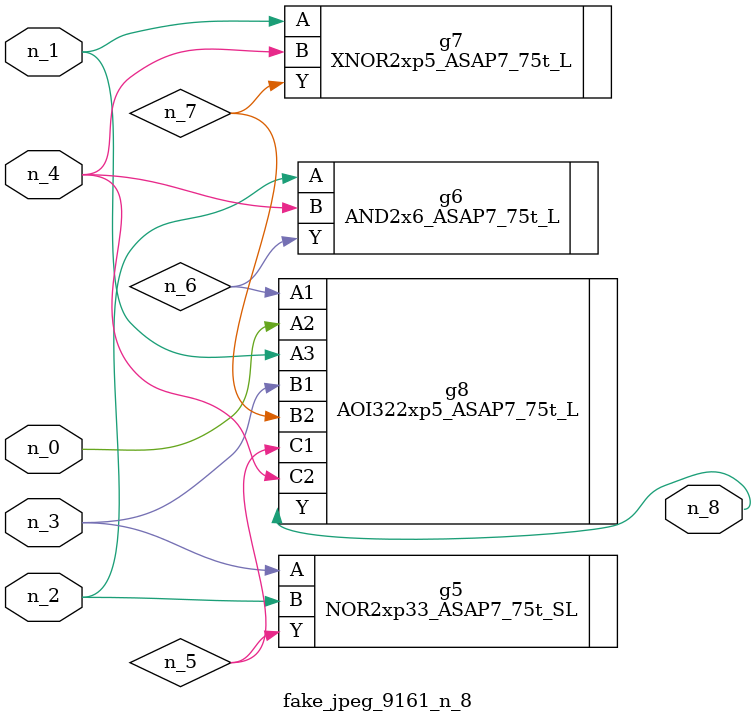
<source format=v>
module fake_jpeg_9161_n_8 (n_3, n_2, n_1, n_0, n_4, n_8);

input n_3;
input n_2;
input n_1;
input n_0;
input n_4;

output n_8;

wire n_6;
wire n_5;
wire n_7;

NOR2xp33_ASAP7_75t_SL g5 ( 
.A(n_3),
.B(n_2),
.Y(n_5)
);

AND2x6_ASAP7_75t_L g6 ( 
.A(n_2),
.B(n_4),
.Y(n_6)
);

XNOR2xp5_ASAP7_75t_L g7 ( 
.A(n_1),
.B(n_4),
.Y(n_7)
);

AOI322xp5_ASAP7_75t_L g8 ( 
.A1(n_6),
.A2(n_0),
.A3(n_1),
.B1(n_3),
.B2(n_7),
.C1(n_5),
.C2(n_4),
.Y(n_8)
);


endmodule
</source>
